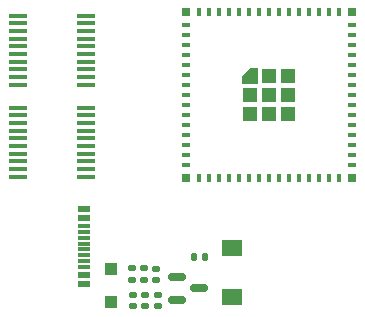
<source format=gbr>
%TF.GenerationSoftware,KiCad,Pcbnew,8.0.2-1*%
%TF.CreationDate,2024-11-26T15:22:06-05:00*%
%TF.ProjectId,hack_matrix,6861636b-5f6d-4617-9472-69782e6b6963,rev?*%
%TF.SameCoordinates,Original*%
%TF.FileFunction,Paste,Top*%
%TF.FilePolarity,Positive*%
%FSLAX46Y46*%
G04 Gerber Fmt 4.6, Leading zero omitted, Abs format (unit mm)*
G04 Created by KiCad (PCBNEW 8.0.2-1) date 2024-11-26 15:22:06*
%MOMM*%
%LPD*%
G01*
G04 APERTURE LIST*
G04 Aperture macros list*
%AMRoundRect*
0 Rectangle with rounded corners*
0 $1 Rounding radius*
0 $2 $3 $4 $5 $6 $7 $8 $9 X,Y pos of 4 corners*
0 Add a 4 corners polygon primitive as box body*
4,1,4,$2,$3,$4,$5,$6,$7,$8,$9,$2,$3,0*
0 Add four circle primitives for the rounded corners*
1,1,$1+$1,$2,$3*
1,1,$1+$1,$4,$5*
1,1,$1+$1,$6,$7*
1,1,$1+$1,$8,$9*
0 Add four rect primitives between the rounded corners*
20,1,$1+$1,$2,$3,$4,$5,0*
20,1,$1+$1,$4,$5,$6,$7,0*
20,1,$1+$1,$6,$7,$8,$9,0*
20,1,$1+$1,$8,$9,$2,$3,0*%
G04 Aperture macros list end*
%ADD10C,0.010000*%
%ADD11RoundRect,0.051250X-0.733750X-0.153750X0.733750X-0.153750X0.733750X0.153750X-0.733750X0.153750X0*%
%ADD12RoundRect,0.140000X-0.170000X0.140000X-0.170000X-0.140000X0.170000X-0.140000X0.170000X0.140000X0*%
%ADD13R,1.140000X0.600000*%
%ADD14R,1.140000X0.300000*%
%ADD15RoundRect,0.140000X0.140000X0.170000X-0.140000X0.170000X-0.140000X-0.170000X0.140000X-0.170000X0*%
%ADD16R,1.800000X1.350000*%
%ADD17RoundRect,0.150000X-0.587500X-0.150000X0.587500X-0.150000X0.587500X0.150000X-0.587500X0.150000X0*%
%ADD18RoundRect,0.250000X-0.300000X0.300000X-0.300000X-0.300000X0.300000X-0.300000X0.300000X0.300000X0*%
%ADD19R,0.800000X0.400000*%
%ADD20R,0.400000X0.800000*%
%ADD21R,1.200000X1.200000*%
%ADD22R,0.800000X0.800000*%
%ADD23RoundRect,0.140000X0.170000X-0.140000X0.170000X0.140000X-0.170000X0.140000X-0.170000X-0.140000X0*%
%ADD24RoundRect,0.135000X0.185000X-0.135000X0.185000X0.135000X-0.185000X0.135000X-0.185000X-0.135000X0*%
G04 APERTURE END LIST*
D10*
%TO.C,U4*%
X188333227Y-73746067D02*
X187133227Y-73746067D01*
X187133227Y-73146067D01*
X187733227Y-72546067D01*
X188333227Y-72546067D01*
X188333227Y-73746067D01*
G36*
X188333227Y-73746067D02*
G01*
X187133227Y-73746067D01*
X187133227Y-73146067D01*
X187733227Y-72546067D01*
X188333227Y-72546067D01*
X188333227Y-73746067D01*
G37*
%TD*%
D11*
%TO.C,U5*%
X168130000Y-68075000D03*
X168130000Y-68725000D03*
X168130000Y-69375000D03*
X168130000Y-70025000D03*
X168130000Y-70675000D03*
X168130000Y-71325000D03*
X168130000Y-71975000D03*
X168130000Y-72625000D03*
X168130000Y-73275000D03*
X168130000Y-73925000D03*
X173870000Y-73925000D03*
X173870000Y-73275000D03*
X173870000Y-72625000D03*
X173870000Y-71975000D03*
X173870000Y-71325000D03*
X173870000Y-70675000D03*
X173870000Y-70025000D03*
X173870000Y-69375000D03*
X173870000Y-68725000D03*
X173870000Y-68075000D03*
%TD*%
D12*
%TO.C,C5*%
X179823587Y-89511430D03*
X179823587Y-90471430D03*
%TD*%
D13*
%TO.C,J1*%
X173750000Y-84422570D03*
X173750000Y-85222570D03*
D14*
X173750000Y-86372570D03*
X173750000Y-87372570D03*
X173750000Y-87872570D03*
X173750000Y-88872570D03*
D13*
X173750000Y-90822570D03*
X173750000Y-90022570D03*
D14*
X173750000Y-89372570D03*
X173750000Y-88372570D03*
X173750000Y-86872570D03*
X173750000Y-85872570D03*
%TD*%
D15*
%TO.C,C10*%
X183980000Y-88500000D03*
X183020000Y-88500000D03*
%TD*%
D11*
%TO.C,U1*%
X168130000Y-75873396D03*
X168130000Y-76523396D03*
X168130000Y-77173396D03*
X168130000Y-77823396D03*
X168130000Y-78473396D03*
X168130000Y-79123396D03*
X168130000Y-79773396D03*
X168130000Y-80423396D03*
X168130000Y-81073396D03*
X168130000Y-81723396D03*
X173870000Y-81723396D03*
X173870000Y-81073396D03*
X173870000Y-80423396D03*
X173870000Y-79773396D03*
X173870000Y-79123396D03*
X173870000Y-78473396D03*
X173870000Y-77823396D03*
X173870000Y-77173396D03*
X173870000Y-76523396D03*
X173870000Y-75873396D03*
%TD*%
D16*
%TO.C,SW2*%
X186281235Y-87778738D03*
X186281235Y-91928738D03*
%TD*%
D17*
%TO.C,U3*%
X181562500Y-90215677D03*
X181562500Y-92115677D03*
X183437500Y-91165677D03*
%TD*%
D18*
%TO.C,D1*%
X175981590Y-89517116D03*
X175981590Y-92317116D03*
%TD*%
D19*
%TO.C,U4*%
X182383227Y-68846067D03*
X182383227Y-69696067D03*
X182383227Y-70546067D03*
X182383227Y-71396067D03*
X182383227Y-72246067D03*
X182383227Y-73096067D03*
X182383227Y-73946067D03*
X182383227Y-74796067D03*
X182383227Y-75646067D03*
X182383227Y-76496067D03*
X182383227Y-77346067D03*
X182383227Y-78196067D03*
X182383227Y-79046067D03*
X182383227Y-79896067D03*
X182383227Y-80746067D03*
D20*
X183433227Y-81796067D03*
X184283227Y-81796067D03*
X185133227Y-81796067D03*
X185983227Y-81796067D03*
X186833227Y-81796067D03*
X187683227Y-81796067D03*
X188533227Y-81796067D03*
X189383227Y-81796067D03*
X190233227Y-81796067D03*
X191083227Y-81796067D03*
X191933227Y-81796067D03*
X192783227Y-81796067D03*
X193633227Y-81796067D03*
X194483227Y-81796067D03*
X195333227Y-81796067D03*
D19*
X196383227Y-80746067D03*
X196383227Y-79896067D03*
X196383227Y-79046067D03*
X196383227Y-78196067D03*
X196383227Y-77346067D03*
X196383227Y-76496067D03*
X196383227Y-75646067D03*
X196383227Y-74796067D03*
X196383227Y-73946067D03*
X196383227Y-73096067D03*
X196383227Y-72246067D03*
X196383227Y-71396067D03*
X196383227Y-70546067D03*
X196383227Y-69696067D03*
X196383227Y-68846067D03*
D20*
X195333227Y-67796067D03*
X194483227Y-67796067D03*
X193633227Y-67796067D03*
X192783227Y-67796067D03*
X191933227Y-67796067D03*
X191083227Y-67796067D03*
X190233227Y-67796067D03*
X189383227Y-67796067D03*
X188533227Y-67796067D03*
X187683227Y-67796067D03*
X186833227Y-67796067D03*
X185983227Y-67796067D03*
X185133227Y-67796067D03*
X184283227Y-67796067D03*
X183433227Y-67796067D03*
D21*
X189383227Y-74796067D03*
X187733227Y-74796067D03*
X187733227Y-76446067D03*
X189383227Y-76446067D03*
X191033227Y-76446067D03*
X191033227Y-74796067D03*
X191033227Y-73146067D03*
X189383227Y-73146067D03*
D22*
X182383227Y-67796067D03*
X182383227Y-81796067D03*
X196383227Y-81796067D03*
X196383227Y-67796067D03*
%TD*%
D12*
%TO.C,C3*%
X178915544Y-91709385D03*
X178915544Y-92669385D03*
%TD*%
D23*
%TO.C,C6*%
X179958278Y-92668128D03*
X179958278Y-91708128D03*
%TD*%
D24*
%TO.C,R2*%
X177784613Y-90500000D03*
X177784613Y-89480000D03*
%TD*%
%TO.C,R1*%
X178784613Y-90500000D03*
X178784613Y-89480000D03*
%TD*%
D12*
%TO.C,C4*%
X177871743Y-91711559D03*
X177871743Y-92671559D03*
%TD*%
M02*

</source>
